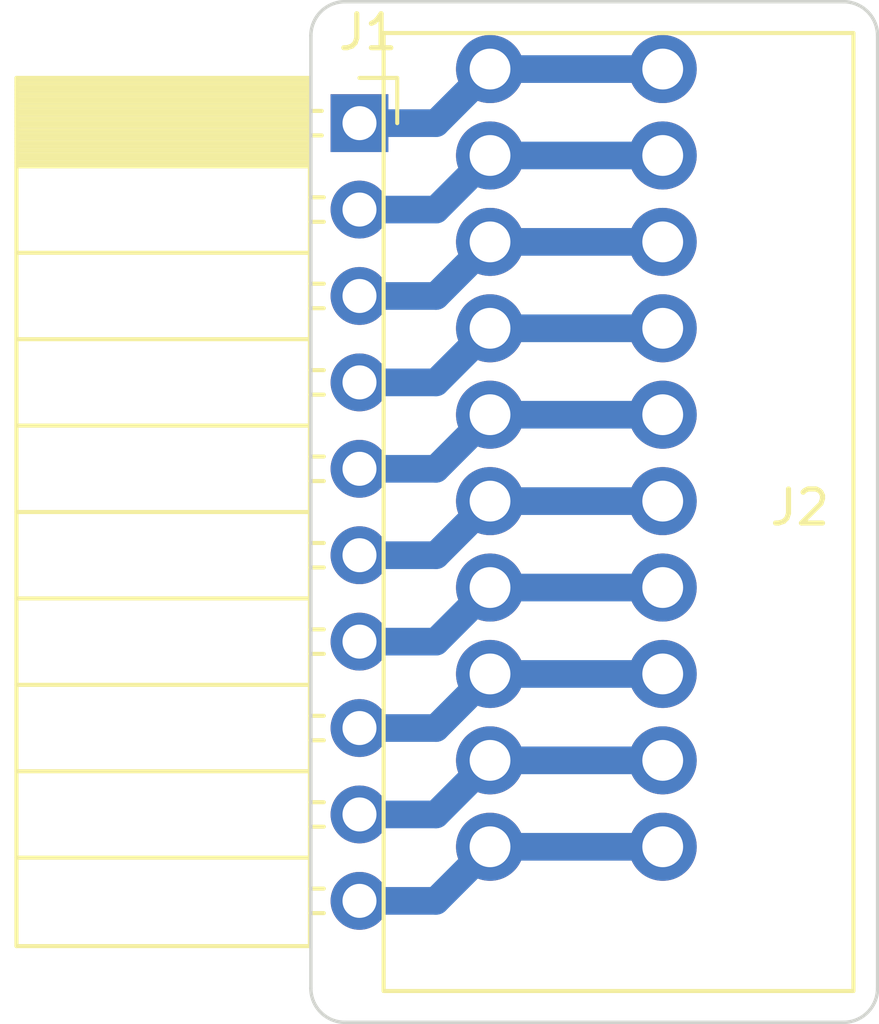
<source format=kicad_pcb>
(kicad_pcb (version 20221018) (generator pcbnew)
  (layers (0 "F.Cu" signal) (31 "B.Cu" signal) (34 "B.Paste" user) (35 "F.Paste" user) (36 "B.SilkS" user "B.Silkscreen") (37 "F.SilkS" user "F.Silkscreen") (38 "B.Mask" user) (39 "F.Mask" user) (44 "Edge.Cuts" user))
  (net 0 "")
  (net 1 "Net-(J1-Pin_1)")
  (net 2 "Net-(J1-Pin_2)")
  (net 3 "Net-(J1-Pin_3)")
  (net 4 "Net-(J1-Pin_4)")
  (net 5 "Net-(J1-Pin_5)")
  (net 6 "Net-(J1-Pin_6)")
  (net 7 "Net-(J1-Pin_7)")
  (net 8 "Net-(J1-Pin_8)")
  (net 9 "Net-(J1-Pin_9)")
  (net 10 "Net-(J1-Pin_10)")
  (footprint "Connector_PinSocket_2.54mm:PinSocket_1x10_P2.54mm_Horizontal" (layer "F.Cu") (at 138.43 75.57)
    (fp_text reference "J1" (at 0.254 -2.672) (layer "F.SilkS"))
    (fp_text value "Conn_01x10" hide)
    (fp_line (start -10.09 -1.33) (end -10.09 24.19) (stroke (width 0.12)) (layer "F.SilkS"))
    (fp_line (start -10.09 -1.33) (end -1.46 -1.33) (stroke (width 0.12)) (layer "F.SilkS"))
    (fp_line (start -10.09 -1.21) (end -1.46 -1.21) (stroke (width 0.12)) (layer "F.SilkS"))
    (fp_line (start -10.09 -1.091905) (end -1.46 -1.091905) (stroke (width 0.12)) (layer "F.SilkS"))
    (fp_line (start -10.09 -0.97381) (end -1.46 -0.97381) (stroke (width 0.12)) (layer "F.SilkS"))
    (fp_line (start -10.09 -0.855715) (end -1.46 -0.855715) (stroke (width 0.12)) (layer "F.SilkS"))
    (fp_line (start -10.09 -0.73762) (end -1.46 -0.73762) (stroke (width 0.12)) (layer "F.SilkS"))
    (fp_line (start -10.09 -0.619525) (end -1.46 -0.619525) (stroke (width 0.12)) (layer "F.SilkS"))
    (fp_line (start -10.09 -0.50143) (end -1.46 -0.50143) (stroke (width 0.12)) (layer "F.SilkS"))
    (fp_line (start -10.09 -0.383335) (end -1.46 -0.383335) (stroke (width 0.12)) (layer "F.SilkS"))
    (fp_line (start -10.09 -0.26524) (end -1.46 -0.26524) (stroke (width 0.12)) (layer "F.SilkS"))
    (fp_line (start -10.09 -0.147145) (end -1.46 -0.147145) (stroke (width 0.12)) (layer "F.SilkS"))
    (fp_line (start -10.09 -0.02905) (end -1.46 -0.02905) (stroke (width 0.12)) (layer "F.SilkS"))
    (fp_line (start -10.09 0.089045) (end -1.46 0.089045) (stroke (width 0.12)) (layer "F.SilkS"))
    (fp_line (start -10.09 0.20714) (end -1.46 0.20714) (stroke (width 0.12)) (layer "F.SilkS"))
    (fp_line (start -10.09 0.325235) (end -1.46 0.325235) (stroke (width 0.12)) (layer "F.SilkS"))
    (fp_line (start -10.09 0.44333) (end -1.46 0.44333) (stroke (width 0.12)) (layer "F.SilkS"))
    (fp_line (start -10.09 0.561425) (end -1.46 0.561425) (stroke (width 0.12)) (layer "F.SilkS"))
    (fp_line (start -10.09 0.67952) (end -1.46 0.67952) (stroke (width 0.12)) (layer "F.SilkS"))
    (fp_line (start -10.09 0.797615) (end -1.46 0.797615) (stroke (width 0.12)) (layer "F.SilkS"))
    (fp_line (start -10.09 0.91571) (end -1.46 0.91571) (stroke (width 0.12)) (layer "F.SilkS"))
    (fp_line (start -10.09 1.033805) (end -1.46 1.033805) (stroke (width 0.12)) (layer "F.SilkS"))
    (fp_line (start -10.09 1.1519) (end -1.46 1.1519) (stroke (width 0.12)) (layer "F.SilkS"))
    (fp_line (start -10.09 1.27) (end -1.46 1.27) (stroke (width 0.12)) (layer "F.SilkS"))
    (fp_line (start -10.09 3.81) (end -1.46 3.81) (stroke (width 0.12)) (layer "F.SilkS"))
    (fp_line (start -10.09 6.35) (end -1.46 6.35) (stroke (width 0.12)) (layer "F.SilkS"))
    (fp_line (start -10.09 8.89) (end -1.46 8.89) (stroke (width 0.12)) (layer "F.SilkS"))
    (fp_line (start -10.09 11.43) (end -1.46 11.43) (stroke (width 0.12)) (layer "F.SilkS"))
    (fp_line (start -10.09 13.97) (end -1.46 13.97) (stroke (width 0.12)) (layer "F.SilkS"))
    (fp_line (start -10.09 16.51) (end -1.46 16.51) (stroke (width 0.12)) (layer "F.SilkS"))
    (fp_line (start -10.09 19.05) (end -1.46 19.05) (stroke (width 0.12)) (layer "F.SilkS"))
    (fp_line (start -10.09 21.59) (end -1.46 21.59) (stroke (width 0.12)) (layer "F.SilkS"))
    (fp_line (start -10.09 24.19) (end -1.46 24.19) (stroke (width 0.12)) (layer "F.SilkS"))
    (fp_line (start -1.46 -1.33) (end -1.46 24.19) (stroke (width 0.12)) (layer "F.SilkS"))
    (fp_line (start -1.46 -0.36) (end -1.11 -0.36) (stroke (width 0.12)) (layer "F.SilkS"))
    (fp_line (start -1.46 0.36) (end -1.11 0.36) (stroke (width 0.12)) (layer "F.SilkS"))
    (fp_line (start -1.46 2.18) (end -1.05 2.18) (stroke (width 0.12)) (layer "F.SilkS"))
    (fp_line (start -1.46 2.9) (end -1.05 2.9) (stroke (width 0.12)) (layer "F.SilkS"))
    (fp_line (start -1.46 4.72) (end -1.05 4.72) (stroke (width 0.12)) (layer "F.SilkS"))
    (fp_line (start -1.46 5.44) (end -1.05 5.44) (stroke (width 0.12)) (layer "F.SilkS"))
    (fp_line (start -1.46 7.26) (end -1.05 7.26) (stroke (width 0.12)) (layer "F.SilkS"))
    (fp_line (start -1.46 7.98) (end -1.05 7.98) (stroke (width 0.12)) (layer "F.SilkS"))
    (fp_line (start -1.46 9.8) (end -1.05 9.8) (stroke (width 0.12)) (layer "F.SilkS"))
    (fp_line (start -1.46 10.52) (end -1.05 10.52) (stroke (width 0.12)) (layer "F.SilkS"))
    (fp_line (start -1.46 12.34) (end -1.05 12.34) (stroke (width 0.12)) (layer "F.SilkS"))
    (fp_line (start -1.46 13.06) (end -1.05 13.06) (stroke (width 0.12)) (layer "F.SilkS"))
    (fp_line (start -1.46 14.88) (end -1.05 14.88) (stroke (width 0.12)) (layer "F.SilkS"))
    (fp_line (start -1.46 15.6) (end -1.05 15.6) (stroke (width 0.12)) (layer "F.SilkS"))
    (fp_line (start -1.46 17.42) (end -1.05 17.42) (stroke (width 0.12)) (layer "F.SilkS"))
    (fp_line (start -1.46 18.14) (end -1.05 18.14) (stroke (width 0.12)) (layer "F.SilkS"))
    (fp_line (start -1.46 19.96) (end -1.05 19.96) (stroke (width 0.12)) (layer "F.SilkS"))
    (fp_line (start -1.46 20.68) (end -1.05 20.68) (stroke (width 0.12)) (layer "F.SilkS"))
    (fp_line (start -1.46 22.5) (end -1.05 22.5) (stroke (width 0.12)) (layer "F.SilkS"))
    (fp_line (start -1.46 23.22) (end -1.05 23.22) (stroke (width 0.12)) (layer "F.SilkS"))
    (fp_line (start 0 -1.33) (end 1.11 -1.33) (stroke (width 0.12)) (layer "F.SilkS"))
    (fp_line (start 1.11 -1.33) (end 1.11 0) (stroke (width 0.12)) (layer "F.SilkS"))
    (pad "1" thru_hole rect (at 0 0) (size 1.7 1.7) (drill 1) (layers "*.Cu" "*.Mask") (net 1 "Net-(J1-Pin_1)"))
    (pad "2" thru_hole oval (at 0 2.54) (size 1.7 1.7) (drill 1) (layers "*.Cu" "*.Mask") (net 2 "Net-(J1-Pin_2)"))
    (pad "3" thru_hole oval (at 0 5.08) (size 1.7 1.7) (drill 1) (layers "*.Cu" "*.Mask") (net 3 "Net-(J1-Pin_3)"))
    (pad "4" thru_hole oval (at 0 7.62) (size 1.7 1.7) (drill 1) (layers "*.Cu" "*.Mask") (net 4 "Net-(J1-Pin_4)"))
    (pad "5" thru_hole oval (at 0 10.16) (size 1.7 1.7) (drill 1) (layers "*.Cu" "*.Mask") (net 5 "Net-(J1-Pin_5)"))
    (pad "6" thru_hole oval (at 0 12.7) (size 1.7 1.7) (drill 1) (layers "*.Cu" "*.Mask") (net 6 "Net-(J1-Pin_6)"))
    (pad "7" thru_hole oval (at 0 15.24) (size 1.7 1.7) (drill 1) (layers "*.Cu" "*.Mask") (net 7 "Net-(J1-Pin_7)"))
    (pad "8" thru_hole oval (at 0 17.78) (size 1.7 1.7) (drill 1) (layers "*.Cu" "*.Mask") (net 8 "Net-(J1-Pin_8)"))
    (pad "9" thru_hole oval (at 0 20.32) (size 1.7 1.7) (drill 1) (layers "*.Cu" "*.Mask") (net 9 "Net-(J1-Pin_9)"))
    (pad "10" thru_hole oval (at 0 22.86) (size 1.7 1.7) (drill 1) (layers "*.Cu" "*.Mask") (net 10 "Net-(J1-Pin_10)"))
  )
  (footprint "dp_connector:wago_kf141r_2.54" (layer "F.Cu") (at 146.05 87 -90)
    (fp_text reference "J2" (at -0.132 -5.334 unlocked) (layer "F.SilkS"))
    (fp_text value "Conn_01x10" hide)
    (fp_line (start -14.08 -6.91) (end -14.08 6.91) (stroke (width 0.12)) (layer "F.SilkS"))
    (fp_line (start -14.08 -6.91) (end 14.08 -6.91) (stroke (width 0.12)) (layer "F.SilkS"))
    (fp_line (start -14.08 6.91) (end 14.08 6.91) (stroke (width 0.12)) (layer "F.SilkS"))
    (fp_line (start 14.08 -6.91) (end 14.08 6.91) (stroke (width 0.12)) (layer "F.SilkS"))
    (pad "1" thru_hole circle (at -13.02 -1.3 270) (size 2 2) (drill 1.2) (layers "*.Cu" "*.Mask") (net 1 "Net-(J1-Pin_1)"))
    (pad "1" thru_hole circle (at -13.02 3.78 270) (size 2 2) (drill 1.2) (layers "*.Cu" "*.Mask") (net 1 "Net-(J1-Pin_1)"))
    (pad "2" thru_hole circle (at -10.48 -1.3 270) (size 2 2) (drill 1.2) (layers "*.Cu" "*.Mask") (net 2 "Net-(J1-Pin_2)"))
    (pad "2" thru_hole circle (at -10.48 3.78 270) (size 2 2) (drill 1.2) (layers "*.Cu" "*.Mask") (net 2 "Net-(J1-Pin_2)"))
    (pad "3" thru_hole circle (at -7.94 -1.3 270) (size 2 2) (drill 1.2) (layers "*.Cu" "*.Mask") (net 3 "Net-(J1-Pin_3)"))
    (pad "3" thru_hole circle (at -7.94 3.78 270) (size 2 2) (drill 1.2) (layers "*.Cu" "*.Mask") (net 3 "Net-(J1-Pin_3)"))
    (pad "4" thru_hole circle (at -5.4 -1.3 270) (size 2 2) (drill 1.2) (layers "*.Cu" "*.Mask") (net 4 "Net-(J1-Pin_4)"))
    (pad "4" thru_hole circle (at -5.4 3.78 270) (size 2 2) (drill 1.2) (layers "*.Cu" "*.Mask") (net 4 "Net-(J1-Pin_4)"))
    (pad "5" thru_hole circle (at -2.86 -1.3 270) (size 2 2) (drill 1.2) (layers "*.Cu" "*.Mask") (net 5 "Net-(J1-Pin_5)"))
    (pad "5" thru_hole circle (at -2.86 3.78 270) (size 2 2) (drill 1.2) (layers "*.Cu" "*.Mask") (net 5 "Net-(J1-Pin_5)"))
    (pad "6" thru_hole circle (at -0.32 -1.3 270) (size 2 2) (drill 1.2) (layers "*.Cu" "*.Mask") (net 6 "Net-(J1-Pin_6)"))
    (pad "6" thru_hole circle (at -0.32 3.78 270) (size 2 2) (drill 1.2) (layers "*.Cu" "*.Mask") (net 6 "Net-(J1-Pin_6)"))
    (pad "7" thru_hole circle (at 2.22 -1.3 270) (size 2 2) (drill 1.2) (layers "*.Cu" "*.Mask") (net 7 "Net-(J1-Pin_7)"))
    (pad "7" thru_hole circle (at 2.22 3.78 270) (size 2 2) (drill 1.2) (layers "*.Cu" "*.Mask") (net 7 "Net-(J1-Pin_7)"))
    (pad "8" thru_hole circle (at 4.76 -1.3 270) (size 2 2) (drill 1.2) (layers "*.Cu" "*.Mask") (net 8 "Net-(J1-Pin_8)"))
    (pad "8" thru_hole circle (at 4.76 3.78 270) (size 2 2) (drill 1.2) (layers "*.Cu" "*.Mask") (net 8 "Net-(J1-Pin_8)"))
    (pad "9" thru_hole circle (at 7.3 -1.3 270) (size 2 2) (drill 1.2) (layers "*.Cu" "*.Mask") (net 9 "Net-(J1-Pin_9)"))
    (pad "9" thru_hole circle (at 7.3 3.78 270) (size 2 2) (drill 1.2) (layers "*.Cu" "*.Mask") (net 9 "Net-(J1-Pin_9)"))
    (pad "10" thru_hole circle (at 9.84 -1.3 270) (size 2 2) (drill 1.2) (layers "*.Cu" "*.Mask") (net 10 "Net-(J1-Pin_10)"))
    (pad "10" thru_hole circle (at 9.84 3.78 270) (size 2 2) (drill 1.2) (layers "*.Cu" "*.Mask") (net 10 "Net-(J1-Pin_10)"))
  )
  (gr_line (start 138 72) (end 152.67 72) (stroke (width 0.1)) (layer "Edge.Cuts"))
  (gr_line (start 138 102) (end 152.67 102) (stroke (width 0.1)) (layer "Edge.Cuts"))
  (gr_line (start 137 73) (end 137 101) (stroke (width 0.1)) (layer "Edge.Cuts"))
  (gr_arc (start 153.67 101) (mid 153.377107 101.707107) (end 152.67 102) (stroke (width 0.1)) (layer "Edge.Cuts"))
  (gr_arc (start 152.67 72) (mid 153.377107 72.292893) (end 153.67 73) (stroke (width 0.1)) (layer "Edge.Cuts"))
  (gr_line (start 153.67 73) (end 153.67 101) (stroke (width 0.1)) (layer "Edge.Cuts"))
  (gr_arc (start 138 102) (mid 137.292893 101.707107) (end 137 101) (stroke (width 0.1)) (layer "Edge.Cuts"))
  (gr_arc (start 137 73) (mid 137.292893 72.292893) (end 138 72) (stroke (width 0.1)) (layer "Edge.Cuts"))
  (segment (start 140.68 75.57) (end 142.27 73.98) (width 0.8128) (layer "B.Cu") (net 1))
  (segment (start 138.43 75.57) (end 140.68 75.57) (width 0.8128) (layer "B.Cu") (net 1))
  (segment (start 147.35 73.98) (end 142.27 73.98) (width 0.8128) (layer "B.Cu") (net 1))
  (segment (start 142.27 76.52) (end 147.35 76.52) (width 0.8128) (layer "B.Cu") (net 2))
  (segment (start 140.68 78.11) (end 142.27 76.52) (width 0.8128) (layer "B.Cu") (net 2))
  (segment (start 138.43 78.11) (end 140.68 78.11) (width 0.8128) (layer "B.Cu") (net 2))
  (segment (start 140.68 80.65) (end 142.27 79.06) (width 0.8128) (layer "B.Cu") (net 3))
  (segment (start 147.35 79.06) (end 142.27 79.06) (width 0.8128) (layer "B.Cu") (net 3))
  (segment (start 138.43 80.65) (end 140.68 80.65) (width 0.8128) (layer "B.Cu") (net 3))
  (segment (start 142.27 81.6) (end 147.35 81.6) (width 0.8128) (layer "B.Cu") (net 4))
  (segment (start 140.68 83.19) (end 142.27 81.6) (width 0.8128) (layer "B.Cu") (net 4))
  (segment (start 138.43 83.19) (end 140.68 83.19) (width 0.8128) (layer "B.Cu") (net 4))
  (segment (start 147.35 84.14) (end 142.27 84.14) (width 0.8128) (layer "B.Cu") (net 5))
  (segment (start 138.43 85.73) (end 140.68 85.73) (width 0.8128) (layer "B.Cu") (net 5))
  (segment (start 140.68 85.73) (end 142.27 84.14) (width 0.8128) (layer "B.Cu") (net 5))
  (segment (start 138.43 88.27) (end 140.68 88.27) (width 0.8128) (layer "B.Cu") (net 6))
  (segment (start 142.27 86.68) (end 147.35 86.68) (width 0.8128) (layer "B.Cu") (net 6))
  (segment (start 140.68 88.27) (end 142.27 86.68) (width 0.8128) (layer "B.Cu") (net 6))
  (segment (start 140.68 90.81) (end 142.27 89.22) (width 0.8128) (layer "B.Cu") (net 7))
  (segment (start 138.43 90.81) (end 140.68 90.81) (width 0.8128) (layer "B.Cu") (net 7))
  (segment (start 147.35 89.22) (end 142.27 89.22) (width 0.8128) (layer "B.Cu") (net 7))
  (segment (start 140.68 93.35) (end 142.27 91.76) (width 0.8128) (layer "B.Cu") (net 8))
  (segment (start 142.27 91.76) (end 147.35 91.76) (width 0.8128) (layer "B.Cu") (net 8))
  (segment (start 138.43 93.35) (end 140.68 93.35) (width 0.8128) (layer "B.Cu") (net 8))
  (segment (start 140.68 95.89) (end 142.27 94.3) (width 0.8128) (layer "B.Cu") (net 9))
  (segment (start 147.35 94.3) (end 142.27 94.3) (width 0.8128) (layer "B.Cu") (net 9))
  (segment (start 138.43 95.89) (end 140.68 95.89) (width 0.8128) (layer "B.Cu") (net 9))
  (segment (start 138.43 98.43) (end 140.68 98.43) (width 0.8128) (layer "B.Cu") (net 10))
  (segment (start 140.68 98.43) (end 142.27 96.84) (width 0.8128) (layer "B.Cu") (net 10))
  (segment (start 142.27 96.84) (end 147.35 96.84) (width 0.8128) (layer "B.Cu") (net 10))
)
</source>
